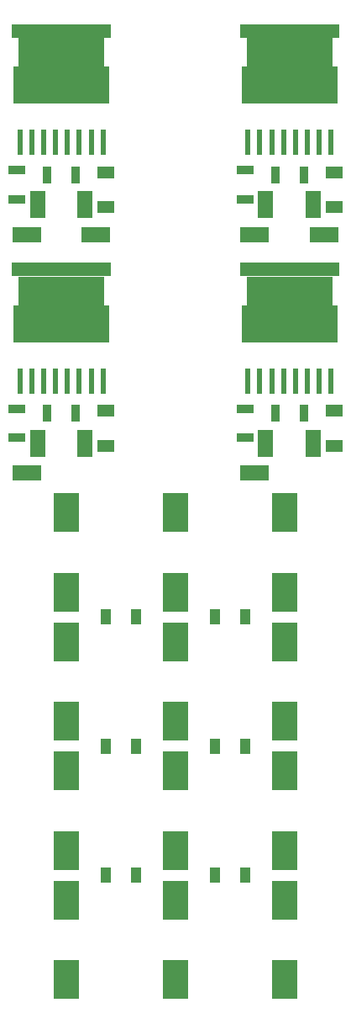
<source format=gbr>
G04 #@! TF.FileFunction,Paste,Top*
%FSLAX46Y46*%
G04 Gerber Fmt 4.6, Leading zero omitted, Abs format (unit mm)*
G04 Created by KiCad (PCBNEW 4.0.7) date 05/20/18 16:24:24*
%MOMM*%
%LPD*%
G01*
G04 APERTURE LIST*
%ADD10C,0.100000*%
%ADD11R,2.500000X4.000000*%
%ADD12R,1.500000X2.700000*%
%ADD13R,1.700000X1.300000*%
%ADD14R,1.700000X0.900000*%
%ADD15R,0.900000X1.700000*%
%ADD16R,1.000000X1.600000*%
%ADD17R,10.100000X1.400000*%
%ADD18R,8.700000X2.900000*%
%ADD19R,9.700000X3.700000*%
%ADD20R,0.600000X2.600000*%
%ADD21C,1.000000*%
%ADD22R,3.000000X1.500000*%
G04 APERTURE END LIST*
D10*
D11*
X29000000Y-84500000D03*
X29000000Y-76500000D03*
X40000000Y-84500000D03*
X40000000Y-76500000D03*
X18000000Y-97500000D03*
X18000000Y-89500000D03*
X18000000Y-84500000D03*
X18000000Y-76500000D03*
X18000000Y-71500000D03*
X18000000Y-63500000D03*
X18000000Y-58500000D03*
X18000000Y-50500000D03*
X29000000Y-97500000D03*
X29000000Y-89500000D03*
X29000000Y-71500000D03*
X29000000Y-63500000D03*
X29000000Y-58500000D03*
X29000000Y-50500000D03*
X40000000Y-97500000D03*
X40000000Y-89500000D03*
X40000000Y-71500000D03*
X40000000Y-63500000D03*
X40000000Y-58500000D03*
X40000000Y-50500000D03*
D12*
X19900000Y-43500000D03*
X15100000Y-43500000D03*
X19900000Y-19500000D03*
X15100000Y-19500000D03*
D13*
X22000000Y-43750000D03*
X22000000Y-40250000D03*
X22000000Y-19750000D03*
X22000000Y-16250000D03*
D12*
X42900000Y-43500000D03*
X38100000Y-43500000D03*
X42900000Y-19500000D03*
X38100000Y-19500000D03*
D13*
X45000000Y-43750000D03*
X45000000Y-40250000D03*
X45000000Y-19750000D03*
X45000000Y-16250000D03*
D14*
X13000000Y-40050000D03*
X13000000Y-42950000D03*
X13000000Y-16050000D03*
X13000000Y-18950000D03*
D15*
X18950000Y-40500000D03*
X16050000Y-40500000D03*
X18950000Y-16500000D03*
X16050000Y-16500000D03*
D14*
X36000000Y-40050000D03*
X36000000Y-42950000D03*
X36000000Y-16050000D03*
X36000000Y-18950000D03*
D15*
X41950000Y-40500000D03*
X39050000Y-40500000D03*
X41950000Y-16500000D03*
X39050000Y-16500000D03*
D16*
X22000000Y-87000000D03*
X25000000Y-87000000D03*
X33000000Y-87000000D03*
X36000000Y-87000000D03*
X22000000Y-74000000D03*
X25000000Y-74000000D03*
X33000000Y-74000000D03*
X36000000Y-74000000D03*
X22000000Y-61000000D03*
X25000000Y-61000000D03*
X33000000Y-61000000D03*
X36000000Y-61000000D03*
D17*
X40500000Y-2050000D03*
D18*
X40500000Y-4200000D03*
D19*
X40500000Y-7500000D03*
D20*
X39900000Y-13250000D03*
X41100000Y-13250000D03*
X42300000Y-13250000D03*
X43500000Y-13250000D03*
X44700000Y-13250000D03*
X38700000Y-13250000D03*
X37500000Y-13250000D03*
X36300000Y-13250000D03*
D21*
X36300000Y-8080000D03*
X37500000Y-8080000D03*
X38700000Y-8080000D03*
X39900000Y-8080000D03*
X41100000Y-8080000D03*
X42300000Y-8080000D03*
X43500000Y-8080000D03*
X44700000Y-8080000D03*
X44700000Y-6880000D03*
X43500000Y-6880000D03*
X41100000Y-6880000D03*
X42300000Y-6880000D03*
X39900000Y-6880000D03*
X38700000Y-6880000D03*
X37500000Y-6880000D03*
X36300000Y-6880000D03*
X37500000Y-5680000D03*
X38700000Y-5680000D03*
X39900000Y-5680000D03*
X41100000Y-5680000D03*
X42300000Y-5680000D03*
X43500000Y-5680000D03*
X43500000Y-4480000D03*
X41100000Y-4480000D03*
X42300000Y-4480000D03*
X39900000Y-4480000D03*
X38700000Y-4480000D03*
X37500000Y-4480000D03*
X37500000Y-3280000D03*
X38700000Y-3280000D03*
X39900000Y-3280000D03*
X41100000Y-3280000D03*
X42300000Y-3280000D03*
X43500000Y-3280000D03*
X36300000Y-1980000D03*
X37500000Y-1980000D03*
X38700000Y-1980000D03*
X39900000Y-1980000D03*
X41100000Y-1980000D03*
X42300000Y-1980000D03*
X43500000Y-1980000D03*
X44700000Y-1980000D03*
D17*
X40500000Y-26050000D03*
D18*
X40500000Y-28200000D03*
D19*
X40500000Y-31500000D03*
D20*
X39900000Y-37250000D03*
X41100000Y-37250000D03*
X42300000Y-37250000D03*
X43500000Y-37250000D03*
X44700000Y-37250000D03*
X38700000Y-37250000D03*
X37500000Y-37250000D03*
X36300000Y-37250000D03*
D21*
X36300000Y-32080000D03*
X37500000Y-32080000D03*
X38700000Y-32080000D03*
X39900000Y-32080000D03*
X41100000Y-32080000D03*
X42300000Y-32080000D03*
X43500000Y-32080000D03*
X44700000Y-32080000D03*
X44700000Y-30880000D03*
X43500000Y-30880000D03*
X41100000Y-30880000D03*
X42300000Y-30880000D03*
X39900000Y-30880000D03*
X38700000Y-30880000D03*
X37500000Y-30880000D03*
X36300000Y-30880000D03*
X37500000Y-29680000D03*
X38700000Y-29680000D03*
X39900000Y-29680000D03*
X41100000Y-29680000D03*
X42300000Y-29680000D03*
X43500000Y-29680000D03*
X43500000Y-28480000D03*
X41100000Y-28480000D03*
X42300000Y-28480000D03*
X39900000Y-28480000D03*
X38700000Y-28480000D03*
X37500000Y-28480000D03*
X37500000Y-27280000D03*
X38700000Y-27280000D03*
X39900000Y-27280000D03*
X41100000Y-27280000D03*
X42300000Y-27280000D03*
X43500000Y-27280000D03*
X36300000Y-25980000D03*
X37500000Y-25980000D03*
X38700000Y-25980000D03*
X39900000Y-25980000D03*
X41100000Y-25980000D03*
X42300000Y-25980000D03*
X43500000Y-25980000D03*
X44700000Y-25980000D03*
D17*
X17500000Y-2050000D03*
D18*
X17500000Y-4200000D03*
D19*
X17500000Y-7500000D03*
D20*
X16900000Y-13250000D03*
X18100000Y-13250000D03*
X19300000Y-13250000D03*
X20500000Y-13250000D03*
X21700000Y-13250000D03*
X15700000Y-13250000D03*
X14500000Y-13250000D03*
X13300000Y-13250000D03*
D21*
X13300000Y-8080000D03*
X14500000Y-8080000D03*
X15700000Y-8080000D03*
X16900000Y-8080000D03*
X18100000Y-8080000D03*
X19300000Y-8080000D03*
X20500000Y-8080000D03*
X21700000Y-8080000D03*
X21700000Y-6880000D03*
X20500000Y-6880000D03*
X18100000Y-6880000D03*
X19300000Y-6880000D03*
X16900000Y-6880000D03*
X15700000Y-6880000D03*
X14500000Y-6880000D03*
X13300000Y-6880000D03*
X14500000Y-5680000D03*
X15700000Y-5680000D03*
X16900000Y-5680000D03*
X18100000Y-5680000D03*
X19300000Y-5680000D03*
X20500000Y-5680000D03*
X20500000Y-4480000D03*
X18100000Y-4480000D03*
X19300000Y-4480000D03*
X16900000Y-4480000D03*
X15700000Y-4480000D03*
X14500000Y-4480000D03*
X14500000Y-3280000D03*
X15700000Y-3280000D03*
X16900000Y-3280000D03*
X18100000Y-3280000D03*
X19300000Y-3280000D03*
X20500000Y-3280000D03*
X13300000Y-1980000D03*
X14500000Y-1980000D03*
X15700000Y-1980000D03*
X16900000Y-1980000D03*
X18100000Y-1980000D03*
X19300000Y-1980000D03*
X20500000Y-1980000D03*
X21700000Y-1980000D03*
D17*
X17500000Y-26050000D03*
D18*
X17500000Y-28200000D03*
D19*
X17500000Y-31500000D03*
D20*
X16900000Y-37250000D03*
X18100000Y-37250000D03*
X19300000Y-37250000D03*
X20500000Y-37250000D03*
X21700000Y-37250000D03*
X15700000Y-37250000D03*
X14500000Y-37250000D03*
X13300000Y-37250000D03*
D21*
X13300000Y-32080000D03*
X14500000Y-32080000D03*
X15700000Y-32080000D03*
X16900000Y-32080000D03*
X18100000Y-32080000D03*
X19300000Y-32080000D03*
X20500000Y-32080000D03*
X21700000Y-32080000D03*
X21700000Y-30880000D03*
X20500000Y-30880000D03*
X18100000Y-30880000D03*
X19300000Y-30880000D03*
X16900000Y-30880000D03*
X15700000Y-30880000D03*
X14500000Y-30880000D03*
X13300000Y-30880000D03*
X14500000Y-29680000D03*
X15700000Y-29680000D03*
X16900000Y-29680000D03*
X18100000Y-29680000D03*
X19300000Y-29680000D03*
X20500000Y-29680000D03*
X20500000Y-28480000D03*
X18100000Y-28480000D03*
X19300000Y-28480000D03*
X16900000Y-28480000D03*
X15700000Y-28480000D03*
X14500000Y-28480000D03*
X14500000Y-27280000D03*
X15700000Y-27280000D03*
X16900000Y-27280000D03*
X18100000Y-27280000D03*
X19300000Y-27280000D03*
X20500000Y-27280000D03*
X13300000Y-25980000D03*
X14500000Y-25980000D03*
X15700000Y-25980000D03*
X16900000Y-25980000D03*
X18100000Y-25980000D03*
X19300000Y-25980000D03*
X20500000Y-25980000D03*
X21700000Y-25980000D03*
D22*
X37000000Y-22500000D03*
X37000000Y-46500000D03*
X44000000Y-22500000D03*
X21000000Y-22500000D03*
X14000000Y-46500000D03*
X14000000Y-22500000D03*
M02*

</source>
